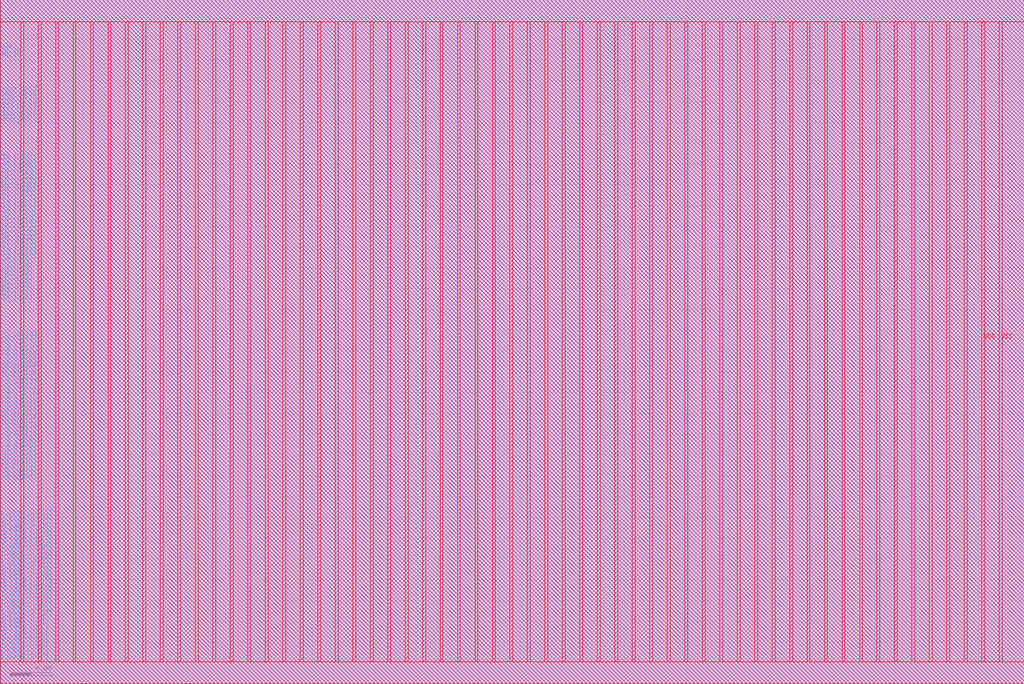
<source format=lef>
VERSION 5.7 ;
BUSBITCHARS "[]" ;
MACRO fakeram45_256x34
  FOREIGN fakeram45_256x34 0 0 ;
  SYMMETRY X Y R90 ;
  SIZE 98.420 BY 65.800 ;
  CLASS BLOCK ;
  PIN w_mask_in[0]
    DIRECTION INPUT ;
    USE SIGNAL ;
    SHAPE ABUTMENT ;
    PORT
      LAYER metal3 ;
      RECT 0.000 2.065 0.070 2.135 ;
    END
  END w_mask_in[0]
  PIN w_mask_in[1]
    DIRECTION INPUT ;
    USE SIGNAL ;
    SHAPE ABUTMENT ;
    PORT
      LAYER metal3 ;
      RECT 0.000 2.485 0.070 2.555 ;
    END
  END w_mask_in[1]
  PIN w_mask_in[2]
    DIRECTION INPUT ;
    USE SIGNAL ;
    SHAPE ABUTMENT ;
    PORT
      LAYER metal3 ;
      RECT 0.000 2.905 0.070 2.975 ;
    END
  END w_mask_in[2]
  PIN w_mask_in[3]
    DIRECTION INPUT ;
    USE SIGNAL ;
    SHAPE ABUTMENT ;
    PORT
      LAYER metal3 ;
      RECT 0.000 3.325 0.070 3.395 ;
    END
  END w_mask_in[3]
  PIN w_mask_in[4]
    DIRECTION INPUT ;
    USE SIGNAL ;
    SHAPE ABUTMENT ;
    PORT
      LAYER metal3 ;
      RECT 0.000 3.745 0.070 3.815 ;
    END
  END w_mask_in[4]
  PIN w_mask_in[5]
    DIRECTION INPUT ;
    USE SIGNAL ;
    SHAPE ABUTMENT ;
    PORT
      LAYER metal3 ;
      RECT 0.000 4.165 0.070 4.235 ;
    END
  END w_mask_in[5]
  PIN w_mask_in[6]
    DIRECTION INPUT ;
    USE SIGNAL ;
    SHAPE ABUTMENT ;
    PORT
      LAYER metal3 ;
      RECT 0.000 4.585 0.070 4.655 ;
    END
  END w_mask_in[6]
  PIN w_mask_in[7]
    DIRECTION INPUT ;
    USE SIGNAL ;
    SHAPE ABUTMENT ;
    PORT
      LAYER metal3 ;
      RECT 0.000 5.005 0.070 5.075 ;
    END
  END w_mask_in[7]
  PIN w_mask_in[8]
    DIRECTION INPUT ;
    USE SIGNAL ;
    SHAPE ABUTMENT ;
    PORT
      LAYER metal3 ;
      RECT 0.000 5.425 0.070 5.495 ;
    END
  END w_mask_in[8]
  PIN w_mask_in[9]
    DIRECTION INPUT ;
    USE SIGNAL ;
    SHAPE ABUTMENT ;
    PORT
      LAYER metal3 ;
      RECT 0.000 5.845 0.070 5.915 ;
    END
  END w_mask_in[9]
  PIN w_mask_in[10]
    DIRECTION INPUT ;
    USE SIGNAL ;
    SHAPE ABUTMENT ;
    PORT
      LAYER metal3 ;
      RECT 0.000 6.265 0.070 6.335 ;
    END
  END w_mask_in[10]
  PIN w_mask_in[11]
    DIRECTION INPUT ;
    USE SIGNAL ;
    SHAPE ABUTMENT ;
    PORT
      LAYER metal3 ;
      RECT 0.000 6.685 0.070 6.755 ;
    END
  END w_mask_in[11]
  PIN w_mask_in[12]
    DIRECTION INPUT ;
    USE SIGNAL ;
    SHAPE ABUTMENT ;
    PORT
      LAYER metal3 ;
      RECT 0.000 7.105 0.070 7.175 ;
    END
  END w_mask_in[12]
  PIN w_mask_in[13]
    DIRECTION INPUT ;
    USE SIGNAL ;
    SHAPE ABUTMENT ;
    PORT
      LAYER metal3 ;
      RECT 0.000 7.525 0.070 7.595 ;
    END
  END w_mask_in[13]
  PIN w_mask_in[14]
    DIRECTION INPUT ;
    USE SIGNAL ;
    SHAPE ABUTMENT ;
    PORT
      LAYER metal3 ;
      RECT 0.000 7.945 0.070 8.015 ;
    END
  END w_mask_in[14]
  PIN w_mask_in[15]
    DIRECTION INPUT ;
    USE SIGNAL ;
    SHAPE ABUTMENT ;
    PORT
      LAYER metal3 ;
      RECT 0.000 8.365 0.070 8.435 ;
    END
  END w_mask_in[15]
  PIN w_mask_in[16]
    DIRECTION INPUT ;
    USE SIGNAL ;
    SHAPE ABUTMENT ;
    PORT
      LAYER metal3 ;
      RECT 0.000 8.785 0.070 8.855 ;
    END
  END w_mask_in[16]
  PIN w_mask_in[17]
    DIRECTION INPUT ;
    USE SIGNAL ;
    SHAPE ABUTMENT ;
    PORT
      LAYER metal3 ;
      RECT 0.000 9.205 0.070 9.275 ;
    END
  END w_mask_in[17]
  PIN w_mask_in[18]
    DIRECTION INPUT ;
    USE SIGNAL ;
    SHAPE ABUTMENT ;
    PORT
      LAYER metal3 ;
      RECT 0.000 9.625 0.070 9.695 ;
    END
  END w_mask_in[18]
  PIN w_mask_in[19]
    DIRECTION INPUT ;
    USE SIGNAL ;
    SHAPE ABUTMENT ;
    PORT
      LAYER metal3 ;
      RECT 0.000 10.045 0.070 10.115 ;
    END
  END w_mask_in[19]
  PIN w_mask_in[20]
    DIRECTION INPUT ;
    USE SIGNAL ;
    SHAPE ABUTMENT ;
    PORT
      LAYER metal3 ;
      RECT 0.000 10.465 0.070 10.535 ;
    END
  END w_mask_in[20]
  PIN w_mask_in[21]
    DIRECTION INPUT ;
    USE SIGNAL ;
    SHAPE ABUTMENT ;
    PORT
      LAYER metal3 ;
      RECT 0.000 10.885 0.070 10.955 ;
    END
  END w_mask_in[21]
  PIN w_mask_in[22]
    DIRECTION INPUT ;
    USE SIGNAL ;
    SHAPE ABUTMENT ;
    PORT
      LAYER metal3 ;
      RECT 0.000 11.305 0.070 11.375 ;
    END
  END w_mask_in[22]
  PIN w_mask_in[23]
    DIRECTION INPUT ;
    USE SIGNAL ;
    SHAPE ABUTMENT ;
    PORT
      LAYER metal3 ;
      RECT 0.000 11.725 0.070 11.795 ;
    END
  END w_mask_in[23]
  PIN w_mask_in[24]
    DIRECTION INPUT ;
    USE SIGNAL ;
    SHAPE ABUTMENT ;
    PORT
      LAYER metal3 ;
      RECT 0.000 12.145 0.070 12.215 ;
    END
  END w_mask_in[24]
  PIN w_mask_in[25]
    DIRECTION INPUT ;
    USE SIGNAL ;
    SHAPE ABUTMENT ;
    PORT
      LAYER metal3 ;
      RECT 0.000 12.565 0.070 12.635 ;
    END
  END w_mask_in[25]
  PIN w_mask_in[26]
    DIRECTION INPUT ;
    USE SIGNAL ;
    SHAPE ABUTMENT ;
    PORT
      LAYER metal3 ;
      RECT 0.000 12.985 0.070 13.055 ;
    END
  END w_mask_in[26]
  PIN w_mask_in[27]
    DIRECTION INPUT ;
    USE SIGNAL ;
    SHAPE ABUTMENT ;
    PORT
      LAYER metal3 ;
      RECT 0.000 13.405 0.070 13.475 ;
    END
  END w_mask_in[27]
  PIN w_mask_in[28]
    DIRECTION INPUT ;
    USE SIGNAL ;
    SHAPE ABUTMENT ;
    PORT
      LAYER metal3 ;
      RECT 0.000 13.825 0.070 13.895 ;
    END
  END w_mask_in[28]
  PIN w_mask_in[29]
    DIRECTION INPUT ;
    USE SIGNAL ;
    SHAPE ABUTMENT ;
    PORT
      LAYER metal3 ;
      RECT 0.000 14.245 0.070 14.315 ;
    END
  END w_mask_in[29]
  PIN w_mask_in[30]
    DIRECTION INPUT ;
    USE SIGNAL ;
    SHAPE ABUTMENT ;
    PORT
      LAYER metal3 ;
      RECT 0.000 14.665 0.070 14.735 ;
    END
  END w_mask_in[30]
  PIN w_mask_in[31]
    DIRECTION INPUT ;
    USE SIGNAL ;
    SHAPE ABUTMENT ;
    PORT
      LAYER metal3 ;
      RECT 0.000 15.085 0.070 15.155 ;
    END
  END w_mask_in[31]
  PIN w_mask_in[32]
    DIRECTION INPUT ;
    USE SIGNAL ;
    SHAPE ABUTMENT ;
    PORT
      LAYER metal3 ;
      RECT 0.000 15.505 0.070 15.575 ;
    END
  END w_mask_in[32]
  PIN w_mask_in[33]
    DIRECTION INPUT ;
    USE SIGNAL ;
    SHAPE ABUTMENT ;
    PORT
      LAYER metal3 ;
      RECT 0.000 15.925 0.070 15.995 ;
    END
  END w_mask_in[33]
  PIN rd_out[0]
    DIRECTION OUTPUT ;
    USE SIGNAL ;
    SHAPE ABUTMENT ;
    PORT
      LAYER metal3 ;
      RECT 0.000 19.285 0.070 19.355 ;
    END
  END rd_out[0]
  PIN rd_out[1]
    DIRECTION OUTPUT ;
    USE SIGNAL ;
    SHAPE ABUTMENT ;
    PORT
      LAYER metal3 ;
      RECT 0.000 19.705 0.070 19.775 ;
    END
  END rd_out[1]
  PIN rd_out[2]
    DIRECTION OUTPUT ;
    USE SIGNAL ;
    SHAPE ABUTMENT ;
    PORT
      LAYER metal3 ;
      RECT 0.000 20.125 0.070 20.195 ;
    END
  END rd_out[2]
  PIN rd_out[3]
    DIRECTION OUTPUT ;
    USE SIGNAL ;
    SHAPE ABUTMENT ;
    PORT
      LAYER metal3 ;
      RECT 0.000 20.545 0.070 20.615 ;
    END
  END rd_out[3]
  PIN rd_out[4]
    DIRECTION OUTPUT ;
    USE SIGNAL ;
    SHAPE ABUTMENT ;
    PORT
      LAYER metal3 ;
      RECT 0.000 20.965 0.070 21.035 ;
    END
  END rd_out[4]
  PIN rd_out[5]
    DIRECTION OUTPUT ;
    USE SIGNAL ;
    SHAPE ABUTMENT ;
    PORT
      LAYER metal3 ;
      RECT 0.000 21.385 0.070 21.455 ;
    END
  END rd_out[5]
  PIN rd_out[6]
    DIRECTION OUTPUT ;
    USE SIGNAL ;
    SHAPE ABUTMENT ;
    PORT
      LAYER metal3 ;
      RECT 0.000 21.805 0.070 21.875 ;
    END
  END rd_out[6]
  PIN rd_out[7]
    DIRECTION OUTPUT ;
    USE SIGNAL ;
    SHAPE ABUTMENT ;
    PORT
      LAYER metal3 ;
      RECT 0.000 22.225 0.070 22.295 ;
    END
  END rd_out[7]
  PIN rd_out[8]
    DIRECTION OUTPUT ;
    USE SIGNAL ;
    SHAPE ABUTMENT ;
    PORT
      LAYER metal3 ;
      RECT 0.000 22.645 0.070 22.715 ;
    END
  END rd_out[8]
  PIN rd_out[9]
    DIRECTION OUTPUT ;
    USE SIGNAL ;
    SHAPE ABUTMENT ;
    PORT
      LAYER metal3 ;
      RECT 0.000 23.065 0.070 23.135 ;
    END
  END rd_out[9]
  PIN rd_out[10]
    DIRECTION OUTPUT ;
    USE SIGNAL ;
    SHAPE ABUTMENT ;
    PORT
      LAYER metal3 ;
      RECT 0.000 23.485 0.070 23.555 ;
    END
  END rd_out[10]
  PIN rd_out[11]
    DIRECTION OUTPUT ;
    USE SIGNAL ;
    SHAPE ABUTMENT ;
    PORT
      LAYER metal3 ;
      RECT 0.000 23.905 0.070 23.975 ;
    END
  END rd_out[11]
  PIN rd_out[12]
    DIRECTION OUTPUT ;
    USE SIGNAL ;
    SHAPE ABUTMENT ;
    PORT
      LAYER metal3 ;
      RECT 0.000 24.325 0.070 24.395 ;
    END
  END rd_out[12]
  PIN rd_out[13]
    DIRECTION OUTPUT ;
    USE SIGNAL ;
    SHAPE ABUTMENT ;
    PORT
      LAYER metal3 ;
      RECT 0.000 24.745 0.070 24.815 ;
    END
  END rd_out[13]
  PIN rd_out[14]
    DIRECTION OUTPUT ;
    USE SIGNAL ;
    SHAPE ABUTMENT ;
    PORT
      LAYER metal3 ;
      RECT 0.000 25.165 0.070 25.235 ;
    END
  END rd_out[14]
  PIN rd_out[15]
    DIRECTION OUTPUT ;
    USE SIGNAL ;
    SHAPE ABUTMENT ;
    PORT
      LAYER metal3 ;
      RECT 0.000 25.585 0.070 25.655 ;
    END
  END rd_out[15]
  PIN rd_out[16]
    DIRECTION OUTPUT ;
    USE SIGNAL ;
    SHAPE ABUTMENT ;
    PORT
      LAYER metal3 ;
      RECT 0.000 26.005 0.070 26.075 ;
    END
  END rd_out[16]
  PIN rd_out[17]
    DIRECTION OUTPUT ;
    USE SIGNAL ;
    SHAPE ABUTMENT ;
    PORT
      LAYER metal3 ;
      RECT 0.000 26.425 0.070 26.495 ;
    END
  END rd_out[17]
  PIN rd_out[18]
    DIRECTION OUTPUT ;
    USE SIGNAL ;
    SHAPE ABUTMENT ;
    PORT
      LAYER metal3 ;
      RECT 0.000 26.845 0.070 26.915 ;
    END
  END rd_out[18]
  PIN rd_out[19]
    DIRECTION OUTPUT ;
    USE SIGNAL ;
    SHAPE ABUTMENT ;
    PORT
      LAYER metal3 ;
      RECT 0.000 27.265 0.070 27.335 ;
    END
  END rd_out[19]
  PIN rd_out[20]
    DIRECTION OUTPUT ;
    USE SIGNAL ;
    SHAPE ABUTMENT ;
    PORT
      LAYER metal3 ;
      RECT 0.000 27.685 0.070 27.755 ;
    END
  END rd_out[20]
  PIN rd_out[21]
    DIRECTION OUTPUT ;
    USE SIGNAL ;
    SHAPE ABUTMENT ;
    PORT
      LAYER metal3 ;
      RECT 0.000 28.105 0.070 28.175 ;
    END
  END rd_out[21]
  PIN rd_out[22]
    DIRECTION OUTPUT ;
    USE SIGNAL ;
    SHAPE ABUTMENT ;
    PORT
      LAYER metal3 ;
      RECT 0.000 28.525 0.070 28.595 ;
    END
  END rd_out[22]
  PIN rd_out[23]
    DIRECTION OUTPUT ;
    USE SIGNAL ;
    SHAPE ABUTMENT ;
    PORT
      LAYER metal3 ;
      RECT 0.000 28.945 0.070 29.015 ;
    END
  END rd_out[23]
  PIN rd_out[24]
    DIRECTION OUTPUT ;
    USE SIGNAL ;
    SHAPE ABUTMENT ;
    PORT
      LAYER metal3 ;
      RECT 0.000 29.365 0.070 29.435 ;
    END
  END rd_out[24]
  PIN rd_out[25]
    DIRECTION OUTPUT ;
    USE SIGNAL ;
    SHAPE ABUTMENT ;
    PORT
      LAYER metal3 ;
      RECT 0.000 29.785 0.070 29.855 ;
    END
  END rd_out[25]
  PIN rd_out[26]
    DIRECTION OUTPUT ;
    USE SIGNAL ;
    SHAPE ABUTMENT ;
    PORT
      LAYER metal3 ;
      RECT 0.000 30.205 0.070 30.275 ;
    END
  END rd_out[26]
  PIN rd_out[27]
    DIRECTION OUTPUT ;
    USE SIGNAL ;
    SHAPE ABUTMENT ;
    PORT
      LAYER metal3 ;
      RECT 0.000 30.625 0.070 30.695 ;
    END
  END rd_out[27]
  PIN rd_out[28]
    DIRECTION OUTPUT ;
    USE SIGNAL ;
    SHAPE ABUTMENT ;
    PORT
      LAYER metal3 ;
      RECT 0.000 31.045 0.070 31.115 ;
    END
  END rd_out[28]
  PIN rd_out[29]
    DIRECTION OUTPUT ;
    USE SIGNAL ;
    SHAPE ABUTMENT ;
    PORT
      LAYER metal3 ;
      RECT 0.000 31.465 0.070 31.535 ;
    END
  END rd_out[29]
  PIN rd_out[30]
    DIRECTION OUTPUT ;
    USE SIGNAL ;
    SHAPE ABUTMENT ;
    PORT
      LAYER metal3 ;
      RECT 0.000 31.885 0.070 31.955 ;
    END
  END rd_out[30]
  PIN rd_out[31]
    DIRECTION OUTPUT ;
    USE SIGNAL ;
    SHAPE ABUTMENT ;
    PORT
      LAYER metal3 ;
      RECT 0.000 32.305 0.070 32.375 ;
    END
  END rd_out[31]
  PIN rd_out[32]
    DIRECTION OUTPUT ;
    USE SIGNAL ;
    SHAPE ABUTMENT ;
    PORT
      LAYER metal3 ;
      RECT 0.000 32.725 0.070 32.795 ;
    END
  END rd_out[32]
  PIN rd_out[33]
    DIRECTION OUTPUT ;
    USE SIGNAL ;
    SHAPE ABUTMENT ;
    PORT
      LAYER metal3 ;
      RECT 0.000 33.145 0.070 33.215 ;
    END
  END rd_out[33]
  PIN wd_in[0]
    DIRECTION INPUT ;
    USE SIGNAL ;
    SHAPE ABUTMENT ;
    PORT
      LAYER metal3 ;
      RECT 0.000 36.505 0.070 36.575 ;
    END
  END wd_in[0]
  PIN wd_in[1]
    DIRECTION INPUT ;
    USE SIGNAL ;
    SHAPE ABUTMENT ;
    PORT
      LAYER metal3 ;
      RECT 0.000 36.925 0.070 36.995 ;
    END
  END wd_in[1]
  PIN wd_in[2]
    DIRECTION INPUT ;
    USE SIGNAL ;
    SHAPE ABUTMENT ;
    PORT
      LAYER metal3 ;
      RECT 0.000 37.345 0.070 37.415 ;
    END
  END wd_in[2]
  PIN wd_in[3]
    DIRECTION INPUT ;
    USE SIGNAL ;
    SHAPE ABUTMENT ;
    PORT
      LAYER metal3 ;
      RECT 0.000 37.765 0.070 37.835 ;
    END
  END wd_in[3]
  PIN wd_in[4]
    DIRECTION INPUT ;
    USE SIGNAL ;
    SHAPE ABUTMENT ;
    PORT
      LAYER metal3 ;
      RECT 0.000 38.185 0.070 38.255 ;
    END
  END wd_in[4]
  PIN wd_in[5]
    DIRECTION INPUT ;
    USE SIGNAL ;
    SHAPE ABUTMENT ;
    PORT
      LAYER metal3 ;
      RECT 0.000 38.605 0.070 38.675 ;
    END
  END wd_in[5]
  PIN wd_in[6]
    DIRECTION INPUT ;
    USE SIGNAL ;
    SHAPE ABUTMENT ;
    PORT
      LAYER metal3 ;
      RECT 0.000 39.025 0.070 39.095 ;
    END
  END wd_in[6]
  PIN wd_in[7]
    DIRECTION INPUT ;
    USE SIGNAL ;
    SHAPE ABUTMENT ;
    PORT
      LAYER metal3 ;
      RECT 0.000 39.445 0.070 39.515 ;
    END
  END wd_in[7]
  PIN wd_in[8]
    DIRECTION INPUT ;
    USE SIGNAL ;
    SHAPE ABUTMENT ;
    PORT
      LAYER metal3 ;
      RECT 0.000 39.865 0.070 39.935 ;
    END
  END wd_in[8]
  PIN wd_in[9]
    DIRECTION INPUT ;
    USE SIGNAL ;
    SHAPE ABUTMENT ;
    PORT
      LAYER metal3 ;
      RECT 0.000 40.285 0.070 40.355 ;
    END
  END wd_in[9]
  PIN wd_in[10]
    DIRECTION INPUT ;
    USE SIGNAL ;
    SHAPE ABUTMENT ;
    PORT
      LAYER metal3 ;
      RECT 0.000 40.705 0.070 40.775 ;
    END
  END wd_in[10]
  PIN wd_in[11]
    DIRECTION INPUT ;
    USE SIGNAL ;
    SHAPE ABUTMENT ;
    PORT
      LAYER metal3 ;
      RECT 0.000 41.125 0.070 41.195 ;
    END
  END wd_in[11]
  PIN wd_in[12]
    DIRECTION INPUT ;
    USE SIGNAL ;
    SHAPE ABUTMENT ;
    PORT
      LAYER metal3 ;
      RECT 0.000 41.545 0.070 41.615 ;
    END
  END wd_in[12]
  PIN wd_in[13]
    DIRECTION INPUT ;
    USE SIGNAL ;
    SHAPE ABUTMENT ;
    PORT
      LAYER metal3 ;
      RECT 0.000 41.965 0.070 42.035 ;
    END
  END wd_in[13]
  PIN wd_in[14]
    DIRECTION INPUT ;
    USE SIGNAL ;
    SHAPE ABUTMENT ;
    PORT
      LAYER metal3 ;
      RECT 0.000 42.385 0.070 42.455 ;
    END
  END wd_in[14]
  PIN wd_in[15]
    DIRECTION INPUT ;
    USE SIGNAL ;
    SHAPE ABUTMENT ;
    PORT
      LAYER metal3 ;
      RECT 0.000 42.805 0.070 42.875 ;
    END
  END wd_in[15]
  PIN wd_in[16]
    DIRECTION INPUT ;
    USE SIGNAL ;
    SHAPE ABUTMENT ;
    PORT
      LAYER metal3 ;
      RECT 0.000 43.225 0.070 43.295 ;
    END
  END wd_in[16]
  PIN wd_in[17]
    DIRECTION INPUT ;
    USE SIGNAL ;
    SHAPE ABUTMENT ;
    PORT
      LAYER metal3 ;
      RECT 0.000 43.645 0.070 43.715 ;
    END
  END wd_in[17]
  PIN wd_in[18]
    DIRECTION INPUT ;
    USE SIGNAL ;
    SHAPE ABUTMENT ;
    PORT
      LAYER metal3 ;
      RECT 0.000 44.065 0.070 44.135 ;
    END
  END wd_in[18]
  PIN wd_in[19]
    DIRECTION INPUT ;
    USE SIGNAL ;
    SHAPE ABUTMENT ;
    PORT
      LAYER metal3 ;
      RECT 0.000 44.485 0.070 44.555 ;
    END
  END wd_in[19]
  PIN wd_in[20]
    DIRECTION INPUT ;
    USE SIGNAL ;
    SHAPE ABUTMENT ;
    PORT
      LAYER metal3 ;
      RECT 0.000 44.905 0.070 44.975 ;
    END
  END wd_in[20]
  PIN wd_in[21]
    DIRECTION INPUT ;
    USE SIGNAL ;
    SHAPE ABUTMENT ;
    PORT
      LAYER metal3 ;
      RECT 0.000 45.325 0.070 45.395 ;
    END
  END wd_in[21]
  PIN wd_in[22]
    DIRECTION INPUT ;
    USE SIGNAL ;
    SHAPE ABUTMENT ;
    PORT
      LAYER metal3 ;
      RECT 0.000 45.745 0.070 45.815 ;
    END
  END wd_in[22]
  PIN wd_in[23]
    DIRECTION INPUT ;
    USE SIGNAL ;
    SHAPE ABUTMENT ;
    PORT
      LAYER metal3 ;
      RECT 0.000 46.165 0.070 46.235 ;
    END
  END wd_in[23]
  PIN wd_in[24]
    DIRECTION INPUT ;
    USE SIGNAL ;
    SHAPE ABUTMENT ;
    PORT
      LAYER metal3 ;
      RECT 0.000 46.585 0.070 46.655 ;
    END
  END wd_in[24]
  PIN wd_in[25]
    DIRECTION INPUT ;
    USE SIGNAL ;
    SHAPE ABUTMENT ;
    PORT
      LAYER metal3 ;
      RECT 0.000 47.005 0.070 47.075 ;
    END
  END wd_in[25]
  PIN wd_in[26]
    DIRECTION INPUT ;
    USE SIGNAL ;
    SHAPE ABUTMENT ;
    PORT
      LAYER metal3 ;
      RECT 0.000 47.425 0.070 47.495 ;
    END
  END wd_in[26]
  PIN wd_in[27]
    DIRECTION INPUT ;
    USE SIGNAL ;
    SHAPE ABUTMENT ;
    PORT
      LAYER metal3 ;
      RECT 0.000 47.845 0.070 47.915 ;
    END
  END wd_in[27]
  PIN wd_in[28]
    DIRECTION INPUT ;
    USE SIGNAL ;
    SHAPE ABUTMENT ;
    PORT
      LAYER metal3 ;
      RECT 0.000 48.265 0.070 48.335 ;
    END
  END wd_in[28]
  PIN wd_in[29]
    DIRECTION INPUT ;
    USE SIGNAL ;
    SHAPE ABUTMENT ;
    PORT
      LAYER metal3 ;
      RECT 0.000 48.685 0.070 48.755 ;
    END
  END wd_in[29]
  PIN wd_in[30]
    DIRECTION INPUT ;
    USE SIGNAL ;
    SHAPE ABUTMENT ;
    PORT
      LAYER metal3 ;
      RECT 0.000 49.105 0.070 49.175 ;
    END
  END wd_in[30]
  PIN wd_in[31]
    DIRECTION INPUT ;
    USE SIGNAL ;
    SHAPE ABUTMENT ;
    PORT
      LAYER metal3 ;
      RECT 0.000 49.525 0.070 49.595 ;
    END
  END wd_in[31]
  PIN wd_in[32]
    DIRECTION INPUT ;
    USE SIGNAL ;
    SHAPE ABUTMENT ;
    PORT
      LAYER metal3 ;
      RECT 0.000 49.945 0.070 50.015 ;
    END
  END wd_in[32]
  PIN wd_in[33]
    DIRECTION INPUT ;
    USE SIGNAL ;
    SHAPE ABUTMENT ;
    PORT
      LAYER metal3 ;
      RECT 0.000 50.365 0.070 50.435 ;
    END
  END wd_in[33]
  PIN addr_in[0]
    DIRECTION INPUT ;
    USE SIGNAL ;
    SHAPE ABUTMENT ;
    PORT
      LAYER metal3 ;
      RECT 0.000 53.725 0.070 53.795 ;
    END
  END addr_in[0]
  PIN addr_in[1]
    DIRECTION INPUT ;
    USE SIGNAL ;
    SHAPE ABUTMENT ;
    PORT
      LAYER metal3 ;
      RECT 0.000 54.145 0.070 54.215 ;
    END
  END addr_in[1]
  PIN addr_in[2]
    DIRECTION INPUT ;
    USE SIGNAL ;
    SHAPE ABUTMENT ;
    PORT
      LAYER metal3 ;
      RECT 0.000 54.565 0.070 54.635 ;
    END
  END addr_in[2]
  PIN addr_in[3]
    DIRECTION INPUT ;
    USE SIGNAL ;
    SHAPE ABUTMENT ;
    PORT
      LAYER metal3 ;
      RECT 0.000 54.985 0.070 55.055 ;
    END
  END addr_in[3]
  PIN addr_in[4]
    DIRECTION INPUT ;
    USE SIGNAL ;
    SHAPE ABUTMENT ;
    PORT
      LAYER metal3 ;
      RECT 0.000 55.405 0.070 55.475 ;
    END
  END addr_in[4]
  PIN addr_in[5]
    DIRECTION INPUT ;
    USE SIGNAL ;
    SHAPE ABUTMENT ;
    PORT
      LAYER metal3 ;
      RECT 0.000 55.825 0.070 55.895 ;
    END
  END addr_in[5]
  PIN addr_in[6]
    DIRECTION INPUT ;
    USE SIGNAL ;
    SHAPE ABUTMENT ;
    PORT
      LAYER metal3 ;
      RECT 0.000 56.245 0.070 56.315 ;
    END
  END addr_in[6]
  PIN addr_in[7]
    DIRECTION INPUT ;
    USE SIGNAL ;
    SHAPE ABUTMENT ;
    PORT
      LAYER metal3 ;
      RECT 0.000 56.665 0.070 56.735 ;
    END
  END addr_in[7]
  PIN we_in
    DIRECTION INPUT ;
    USE SIGNAL ;
    SHAPE ABUTMENT ;
    PORT
      LAYER metal3 ;
      RECT 0.000 60.025 0.070 60.095 ;
    END
  END we_in
  PIN ce_in
    DIRECTION INPUT ;
    USE SIGNAL ;
    SHAPE ABUTMENT ;
    PORT
      LAYER metal3 ;
      RECT 0.000 60.445 0.070 60.515 ;
    END
  END ce_in
  PIN clk
    DIRECTION INPUT ;
    USE SIGNAL ;
    SHAPE ABUTMENT ;
    PORT
      LAYER metal3 ;
      RECT 0.000 60.865 0.070 60.935 ;
    END
  END clk
  PIN VSS
    DIRECTION INOUT ;
    USE GROUND ;
    PORT
      LAYER metal4 ;
      RECT 1.960 2.100 2.240 63.700 ;
      RECT 5.320 2.100 5.600 63.700 ;
      RECT 8.680 2.100 8.960 63.700 ;
      RECT 12.040 2.100 12.320 63.700 ;
      RECT 15.400 2.100 15.680 63.700 ;
      RECT 18.760 2.100 19.040 63.700 ;
      RECT 22.120 2.100 22.400 63.700 ;
      RECT 25.480 2.100 25.760 63.700 ;
      RECT 28.840 2.100 29.120 63.700 ;
      RECT 32.200 2.100 32.480 63.700 ;
      RECT 35.560 2.100 35.840 63.700 ;
      RECT 38.920 2.100 39.200 63.700 ;
      RECT 42.280 2.100 42.560 63.700 ;
      RECT 45.640 2.100 45.920 63.700 ;
      RECT 49.000 2.100 49.280 63.700 ;
      RECT 52.360 2.100 52.640 63.700 ;
      RECT 55.720 2.100 56.000 63.700 ;
      RECT 59.080 2.100 59.360 63.700 ;
      RECT 62.440 2.100 62.720 63.700 ;
      RECT 65.800 2.100 66.080 63.700 ;
      RECT 69.160 2.100 69.440 63.700 ;
      RECT 72.520 2.100 72.800 63.700 ;
      RECT 75.880 2.100 76.160 63.700 ;
      RECT 79.240 2.100 79.520 63.700 ;
      RECT 82.600 2.100 82.880 63.700 ;
      RECT 85.960 2.100 86.240 63.700 ;
      RECT 89.320 2.100 89.600 63.700 ;
      RECT 92.680 2.100 92.960 63.700 ;
      RECT 96.040 2.100 96.320 63.700 ;
    END
  END VSS
  PIN VDD
    DIRECTION INOUT ;
    USE POWER ;
    PORT
      LAYER metal4 ;
      RECT 3.640 2.100 3.920 63.700 ;
      RECT 7.000 2.100 7.280 63.700 ;
      RECT 10.360 2.100 10.640 63.700 ;
      RECT 13.720 2.100 14.000 63.700 ;
      RECT 17.080 2.100 17.360 63.700 ;
      RECT 20.440 2.100 20.720 63.700 ;
      RECT 23.800 2.100 24.080 63.700 ;
      RECT 27.160 2.100 27.440 63.700 ;
      RECT 30.520 2.100 30.800 63.700 ;
      RECT 33.880 2.100 34.160 63.700 ;
      RECT 37.240 2.100 37.520 63.700 ;
      RECT 40.600 2.100 40.880 63.700 ;
      RECT 43.960 2.100 44.240 63.700 ;
      RECT 47.320 2.100 47.600 63.700 ;
      RECT 50.680 2.100 50.960 63.700 ;
      RECT 54.040 2.100 54.320 63.700 ;
      RECT 57.400 2.100 57.680 63.700 ;
      RECT 60.760 2.100 61.040 63.700 ;
      RECT 64.120 2.100 64.400 63.700 ;
      RECT 67.480 2.100 67.760 63.700 ;
      RECT 70.840 2.100 71.120 63.700 ;
      RECT 74.200 2.100 74.480 63.700 ;
      RECT 77.560 2.100 77.840 63.700 ;
      RECT 80.920 2.100 81.200 63.700 ;
      RECT 84.280 2.100 84.560 63.700 ;
      RECT 87.640 2.100 87.920 63.700 ;
      RECT 91.000 2.100 91.280 63.700 ;
      RECT 94.360 2.100 94.640 63.700 ;
    END
  END VDD
  OBS
    LAYER metal1 ;
    RECT 0 0 98.420 65.800 ;
    LAYER metal2 ;
    RECT 0 0 98.420 65.800 ;
    LAYER metal3 ;
    RECT 0.070 0 98.420 65.800 ;
    RECT 0 0.000 0.070 2.065 ;
    RECT 0 2.135 0.070 2.485 ;
    RECT 0 2.555 0.070 2.905 ;
    RECT 0 2.975 0.070 3.325 ;
    RECT 0 3.395 0.070 3.745 ;
    RECT 0 3.815 0.070 4.165 ;
    RECT 0 4.235 0.070 4.585 ;
    RECT 0 4.655 0.070 5.005 ;
    RECT 0 5.075 0.070 5.425 ;
    RECT 0 5.495 0.070 5.845 ;
    RECT 0 5.915 0.070 6.265 ;
    RECT 0 6.335 0.070 6.685 ;
    RECT 0 6.755 0.070 7.105 ;
    RECT 0 7.175 0.070 7.525 ;
    RECT 0 7.595 0.070 7.945 ;
    RECT 0 8.015 0.070 8.365 ;
    RECT 0 8.435 0.070 8.785 ;
    RECT 0 8.855 0.070 9.205 ;
    RECT 0 9.275 0.070 9.625 ;
    RECT 0 9.695 0.070 10.045 ;
    RECT 0 10.115 0.070 10.465 ;
    RECT 0 10.535 0.070 10.885 ;
    RECT 0 10.955 0.070 11.305 ;
    RECT 0 11.375 0.070 11.725 ;
    RECT 0 11.795 0.070 12.145 ;
    RECT 0 12.215 0.070 12.565 ;
    RECT 0 12.635 0.070 12.985 ;
    RECT 0 13.055 0.070 13.405 ;
    RECT 0 13.475 0.070 13.825 ;
    RECT 0 13.895 0.070 14.245 ;
    RECT 0 14.315 0.070 14.665 ;
    RECT 0 14.735 0.070 15.085 ;
    RECT 0 15.155 0.070 15.505 ;
    RECT 0 15.575 0.070 15.925 ;
    RECT 0 15.995 0.070 19.285 ;
    RECT 0 19.355 0.070 19.705 ;
    RECT 0 19.775 0.070 20.125 ;
    RECT 0 20.195 0.070 20.545 ;
    RECT 0 20.615 0.070 20.965 ;
    RECT 0 21.035 0.070 21.385 ;
    RECT 0 21.455 0.070 21.805 ;
    RECT 0 21.875 0.070 22.225 ;
    RECT 0 22.295 0.070 22.645 ;
    RECT 0 22.715 0.070 23.065 ;
    RECT 0 23.135 0.070 23.485 ;
    RECT 0 23.555 0.070 23.905 ;
    RECT 0 23.975 0.070 24.325 ;
    RECT 0 24.395 0.070 24.745 ;
    RECT 0 24.815 0.070 25.165 ;
    RECT 0 25.235 0.070 25.585 ;
    RECT 0 25.655 0.070 26.005 ;
    RECT 0 26.075 0.070 26.425 ;
    RECT 0 26.495 0.070 26.845 ;
    RECT 0 26.915 0.070 27.265 ;
    RECT 0 27.335 0.070 27.685 ;
    RECT 0 27.755 0.070 28.105 ;
    RECT 0 28.175 0.070 28.525 ;
    RECT 0 28.595 0.070 28.945 ;
    RECT 0 29.015 0.070 29.365 ;
    RECT 0 29.435 0.070 29.785 ;
    RECT 0 29.855 0.070 30.205 ;
    RECT 0 30.275 0.070 30.625 ;
    RECT 0 30.695 0.070 31.045 ;
    RECT 0 31.115 0.070 31.465 ;
    RECT 0 31.535 0.070 31.885 ;
    RECT 0 31.955 0.070 32.305 ;
    RECT 0 32.375 0.070 32.725 ;
    RECT 0 32.795 0.070 33.145 ;
    RECT 0 33.215 0.070 36.505 ;
    RECT 0 36.575 0.070 36.925 ;
    RECT 0 36.995 0.070 37.345 ;
    RECT 0 37.415 0.070 37.765 ;
    RECT 0 37.835 0.070 38.185 ;
    RECT 0 38.255 0.070 38.605 ;
    RECT 0 38.675 0.070 39.025 ;
    RECT 0 39.095 0.070 39.445 ;
    RECT 0 39.515 0.070 39.865 ;
    RECT 0 39.935 0.070 40.285 ;
    RECT 0 40.355 0.070 40.705 ;
    RECT 0 40.775 0.070 41.125 ;
    RECT 0 41.195 0.070 41.545 ;
    RECT 0 41.615 0.070 41.965 ;
    RECT 0 42.035 0.070 42.385 ;
    RECT 0 42.455 0.070 42.805 ;
    RECT 0 42.875 0.070 43.225 ;
    RECT 0 43.295 0.070 43.645 ;
    RECT 0 43.715 0.070 44.065 ;
    RECT 0 44.135 0.070 44.485 ;
    RECT 0 44.555 0.070 44.905 ;
    RECT 0 44.975 0.070 45.325 ;
    RECT 0 45.395 0.070 45.745 ;
    RECT 0 45.815 0.070 46.165 ;
    RECT 0 46.235 0.070 46.585 ;
    RECT 0 46.655 0.070 47.005 ;
    RECT 0 47.075 0.070 47.425 ;
    RECT 0 47.495 0.070 47.845 ;
    RECT 0 47.915 0.070 48.265 ;
    RECT 0 48.335 0.070 48.685 ;
    RECT 0 48.755 0.070 49.105 ;
    RECT 0 49.175 0.070 49.525 ;
    RECT 0 49.595 0.070 49.945 ;
    RECT 0 50.015 0.070 50.365 ;
    RECT 0 50.435 0.070 53.725 ;
    RECT 0 53.795 0.070 54.145 ;
    RECT 0 54.215 0.070 54.565 ;
    RECT 0 54.635 0.070 54.985 ;
    RECT 0 55.055 0.070 55.405 ;
    RECT 0 55.475 0.070 55.825 ;
    RECT 0 55.895 0.070 56.245 ;
    RECT 0 56.315 0.070 56.665 ;
    RECT 0 56.735 0.070 60.025 ;
    RECT 0 60.095 0.070 60.445 ;
    RECT 0 60.515 0.070 60.865 ;
    RECT 0 60.935 0.070 65.800 ;
    LAYER metal4 ;
    RECT 0 0 98.420 2.100 ;
    RECT 0 63.700 98.420 65.800 ;
    RECT 0.000 2.100 1.960 63.700 ;
    RECT 2.240 2.100 3.640 63.700 ;
    RECT 3.920 2.100 5.320 63.700 ;
    RECT 5.600 2.100 7.000 63.700 ;
    RECT 7.280 2.100 8.680 63.700 ;
    RECT 8.960 2.100 10.360 63.700 ;
    RECT 10.640 2.100 12.040 63.700 ;
    RECT 12.320 2.100 13.720 63.700 ;
    RECT 14.000 2.100 15.400 63.700 ;
    RECT 15.680 2.100 17.080 63.700 ;
    RECT 17.360 2.100 18.760 63.700 ;
    RECT 19.040 2.100 20.440 63.700 ;
    RECT 20.720 2.100 22.120 63.700 ;
    RECT 22.400 2.100 23.800 63.700 ;
    RECT 24.080 2.100 25.480 63.700 ;
    RECT 25.760 2.100 27.160 63.700 ;
    RECT 27.440 2.100 28.840 63.700 ;
    RECT 29.120 2.100 30.520 63.700 ;
    RECT 30.800 2.100 32.200 63.700 ;
    RECT 32.480 2.100 33.880 63.700 ;
    RECT 34.160 2.100 35.560 63.700 ;
    RECT 35.840 2.100 37.240 63.700 ;
    RECT 37.520 2.100 38.920 63.700 ;
    RECT 39.200 2.100 40.600 63.700 ;
    RECT 40.880 2.100 42.280 63.700 ;
    RECT 42.560 2.100 43.960 63.700 ;
    RECT 44.240 2.100 45.640 63.700 ;
    RECT 45.920 2.100 47.320 63.700 ;
    RECT 47.600 2.100 49.000 63.700 ;
    RECT 49.280 2.100 50.680 63.700 ;
    RECT 50.960 2.100 52.360 63.700 ;
    RECT 52.640 2.100 54.040 63.700 ;
    RECT 54.320 2.100 55.720 63.700 ;
    RECT 56.000 2.100 57.400 63.700 ;
    RECT 57.680 2.100 59.080 63.700 ;
    RECT 59.360 2.100 60.760 63.700 ;
    RECT 61.040 2.100 62.440 63.700 ;
    RECT 62.720 2.100 64.120 63.700 ;
    RECT 64.400 2.100 65.800 63.700 ;
    RECT 66.080 2.100 67.480 63.700 ;
    RECT 67.760 2.100 69.160 63.700 ;
    RECT 69.440 2.100 70.840 63.700 ;
    RECT 71.120 2.100 72.520 63.700 ;
    RECT 72.800 2.100 74.200 63.700 ;
    RECT 74.480 2.100 75.880 63.700 ;
    RECT 76.160 2.100 77.560 63.700 ;
    RECT 77.840 2.100 79.240 63.700 ;
    RECT 79.520 2.100 80.920 63.700 ;
    RECT 81.200 2.100 82.600 63.700 ;
    RECT 82.880 2.100 84.280 63.700 ;
    RECT 84.560 2.100 85.960 63.700 ;
    RECT 86.240 2.100 87.640 63.700 ;
    RECT 87.920 2.100 89.320 63.700 ;
    RECT 89.600 2.100 91.000 63.700 ;
    RECT 91.280 2.100 92.680 63.700 ;
    RECT 92.960 2.100 94.360 63.700 ;
    RECT 94.640 2.100 96.040 63.700 ;
    RECT 96.320 2.100 98.420 63.700 ;
    LAYER OVERLAP ;
    RECT 0 0 98.420 65.800 ;
  END
END fakeram45_256x34

END LIBRARY

</source>
